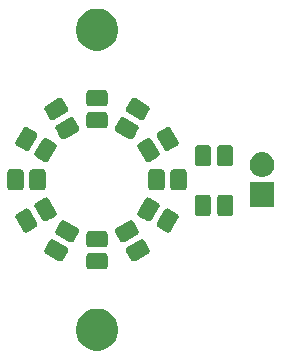
<source format=gbr>
G04 #@! TF.GenerationSoftware,KiCad,Pcbnew,5.0.2-bee76a0~70~ubuntu18.04.1*
G04 #@! TF.CreationDate,2020-10-21T16:40:24-07:00*
G04 #@! TF.ProjectId,led_ring,6c65645f-7269-46e6-972e-6b696361645f,rev?*
G04 #@! TF.SameCoordinates,Original*
G04 #@! TF.FileFunction,Soldermask,Top*
G04 #@! TF.FilePolarity,Negative*
%FSLAX46Y46*%
G04 Gerber Fmt 4.6, Leading zero omitted, Abs format (unit mm)*
G04 Created by KiCad (PCBNEW 5.0.2-bee76a0~70~ubuntu18.04.1) date Wed 21 Oct 2020 04:40:24 PM PDT*
%MOMM*%
%LPD*%
G01*
G04 APERTURE LIST*
%ADD10C,0.100000*%
G04 APERTURE END LIST*
D10*
G36*
X51321394Y-61781192D02*
X51646698Y-61915937D01*
X51939468Y-62111560D01*
X52188440Y-62360532D01*
X52384063Y-62653302D01*
X52518808Y-62978606D01*
X52587500Y-63323945D01*
X52587500Y-63676055D01*
X52518808Y-64021394D01*
X52384063Y-64346698D01*
X52188440Y-64639468D01*
X51939468Y-64888440D01*
X51646698Y-65084063D01*
X51321394Y-65218808D01*
X50976055Y-65287500D01*
X50623945Y-65287500D01*
X50278606Y-65218808D01*
X49953302Y-65084063D01*
X49660532Y-64888440D01*
X49411560Y-64639468D01*
X49215937Y-64346698D01*
X49081192Y-64021394D01*
X49012500Y-63676055D01*
X49012500Y-63323945D01*
X49081192Y-62978606D01*
X49215937Y-62653302D01*
X49411560Y-62360532D01*
X49660532Y-62111560D01*
X49953302Y-61915937D01*
X50278606Y-61781192D01*
X50623945Y-61712500D01*
X50976055Y-61712500D01*
X51321394Y-61781192D01*
X51321394Y-61781192D01*
G37*
G36*
X51473497Y-57024997D02*
X51526153Y-57040970D01*
X51574665Y-57066900D01*
X51617196Y-57101804D01*
X51652100Y-57144335D01*
X51678030Y-57192847D01*
X51694003Y-57245503D01*
X51700000Y-57306390D01*
X51700000Y-58106610D01*
X51694003Y-58167497D01*
X51678030Y-58220153D01*
X51652100Y-58268665D01*
X51617196Y-58311196D01*
X51574665Y-58346100D01*
X51526153Y-58372030D01*
X51473497Y-58388003D01*
X51412610Y-58394000D01*
X50187390Y-58394000D01*
X50126503Y-58388003D01*
X50073847Y-58372030D01*
X50025335Y-58346100D01*
X49982804Y-58311196D01*
X49947900Y-58268665D01*
X49921970Y-58220153D01*
X49905997Y-58167497D01*
X49900000Y-58106610D01*
X49900000Y-57306390D01*
X49905997Y-57245503D01*
X49921970Y-57192847D01*
X49947900Y-57144335D01*
X49982804Y-57101804D01*
X50025335Y-57066900D01*
X50073847Y-57040970D01*
X50126503Y-57024997D01*
X50187390Y-57019000D01*
X51412610Y-57019000D01*
X51473497Y-57024997D01*
X51473497Y-57024997D01*
G37*
G36*
X54658611Y-55848918D02*
X54710106Y-55868298D01*
X54756824Y-55897350D01*
X54796977Y-55934958D01*
X54832621Y-55984698D01*
X55232727Y-56677703D01*
X55257978Y-56733434D01*
X55270472Y-56787017D01*
X55272272Y-56842004D01*
X55263311Y-56896280D01*
X55243931Y-56947775D01*
X55214879Y-56994493D01*
X55177271Y-57034646D01*
X55127531Y-57070290D01*
X54066466Y-57682896D01*
X54010735Y-57708147D01*
X53957152Y-57720641D01*
X53902165Y-57722441D01*
X53847889Y-57713480D01*
X53796394Y-57694100D01*
X53749676Y-57665048D01*
X53709523Y-57627440D01*
X53673879Y-57577700D01*
X53273773Y-56884695D01*
X53248522Y-56828964D01*
X53236028Y-56775381D01*
X53234228Y-56720394D01*
X53243189Y-56666118D01*
X53262569Y-56614623D01*
X53291621Y-56567905D01*
X53329229Y-56527752D01*
X53378969Y-56492108D01*
X54440034Y-55879502D01*
X54495765Y-55854251D01*
X54549348Y-55841757D01*
X54604335Y-55839957D01*
X54658611Y-55848918D01*
X54658611Y-55848918D01*
G37*
G36*
X47050652Y-55841757D02*
X47104235Y-55854251D01*
X47159966Y-55879502D01*
X48221031Y-56492108D01*
X48270771Y-56527752D01*
X48308379Y-56567905D01*
X48337431Y-56614623D01*
X48356811Y-56666118D01*
X48365772Y-56720394D01*
X48363972Y-56775381D01*
X48351478Y-56828964D01*
X48326227Y-56884695D01*
X47926121Y-57577700D01*
X47890477Y-57627440D01*
X47850324Y-57665048D01*
X47803606Y-57694100D01*
X47752111Y-57713480D01*
X47697835Y-57722441D01*
X47642848Y-57720641D01*
X47589265Y-57708147D01*
X47533534Y-57682896D01*
X46472469Y-57070290D01*
X46422729Y-57034646D01*
X46385121Y-56994493D01*
X46356069Y-56947775D01*
X46336689Y-56896280D01*
X46327728Y-56842004D01*
X46329528Y-56787017D01*
X46342022Y-56733434D01*
X46367273Y-56677703D01*
X46767379Y-55984698D01*
X46803023Y-55934958D01*
X46843176Y-55897350D01*
X46889894Y-55868298D01*
X46941389Y-55848918D01*
X46995665Y-55839957D01*
X47050652Y-55841757D01*
X47050652Y-55841757D01*
G37*
G36*
X51473497Y-55149997D02*
X51526153Y-55165970D01*
X51574665Y-55191900D01*
X51617196Y-55226804D01*
X51652100Y-55269335D01*
X51678030Y-55317847D01*
X51694003Y-55370503D01*
X51700000Y-55431390D01*
X51700000Y-56231610D01*
X51694003Y-56292497D01*
X51678030Y-56345153D01*
X51652100Y-56393665D01*
X51617196Y-56436196D01*
X51574665Y-56471100D01*
X51526153Y-56497030D01*
X51473497Y-56513003D01*
X51412610Y-56519000D01*
X50187390Y-56519000D01*
X50126503Y-56513003D01*
X50073847Y-56497030D01*
X50025335Y-56471100D01*
X49982804Y-56436196D01*
X49947900Y-56393665D01*
X49921970Y-56345153D01*
X49905997Y-56292497D01*
X49900000Y-56231610D01*
X49900000Y-55431390D01*
X49905997Y-55370503D01*
X49921970Y-55317847D01*
X49947900Y-55269335D01*
X49982804Y-55226804D01*
X50025335Y-55191900D01*
X50073847Y-55165970D01*
X50126503Y-55149997D01*
X50187390Y-55144000D01*
X51412610Y-55144000D01*
X51473497Y-55149997D01*
X51473497Y-55149997D01*
G37*
G36*
X47988152Y-54217959D02*
X48041735Y-54230453D01*
X48097466Y-54255704D01*
X49158531Y-54868310D01*
X49208271Y-54903954D01*
X49245879Y-54944107D01*
X49274931Y-54990825D01*
X49294311Y-55042320D01*
X49303272Y-55096596D01*
X49301472Y-55151583D01*
X49288978Y-55205166D01*
X49263727Y-55260897D01*
X48863621Y-55953902D01*
X48827977Y-56003642D01*
X48787824Y-56041250D01*
X48741106Y-56070302D01*
X48689611Y-56089682D01*
X48635335Y-56098643D01*
X48580348Y-56096843D01*
X48526765Y-56084349D01*
X48471034Y-56059098D01*
X47409969Y-55446492D01*
X47360229Y-55410848D01*
X47322621Y-55370695D01*
X47293569Y-55323977D01*
X47274189Y-55272482D01*
X47265228Y-55218206D01*
X47267028Y-55163219D01*
X47279522Y-55109636D01*
X47304773Y-55053905D01*
X47704879Y-54360900D01*
X47740523Y-54311160D01*
X47780676Y-54273552D01*
X47827394Y-54244500D01*
X47878889Y-54225120D01*
X47933165Y-54216159D01*
X47988152Y-54217959D01*
X47988152Y-54217959D01*
G37*
G36*
X53721111Y-54225120D02*
X53772606Y-54244500D01*
X53819324Y-54273552D01*
X53859477Y-54311160D01*
X53895121Y-54360900D01*
X54295227Y-55053905D01*
X54320478Y-55109636D01*
X54332972Y-55163219D01*
X54334772Y-55218206D01*
X54325811Y-55272482D01*
X54306431Y-55323977D01*
X54277379Y-55370695D01*
X54239771Y-55410848D01*
X54190031Y-55446492D01*
X53128966Y-56059098D01*
X53073235Y-56084349D01*
X53019652Y-56096843D01*
X52964665Y-56098643D01*
X52910389Y-56089682D01*
X52858894Y-56070302D01*
X52812176Y-56041250D01*
X52772023Y-56003642D01*
X52736379Y-55953902D01*
X52336273Y-55260897D01*
X52311022Y-55205166D01*
X52298528Y-55151583D01*
X52296728Y-55096596D01*
X52305689Y-55042320D01*
X52325069Y-54990825D01*
X52354121Y-54944107D01*
X52391729Y-54903954D01*
X52441469Y-54868310D01*
X53502534Y-54255704D01*
X53558265Y-54230453D01*
X53611848Y-54217959D01*
X53666835Y-54216159D01*
X53721111Y-54225120D01*
X53721111Y-54225120D01*
G37*
G36*
X56775381Y-53236028D02*
X56828964Y-53248522D01*
X56884695Y-53273773D01*
X57577700Y-53673879D01*
X57627440Y-53709523D01*
X57665048Y-53749676D01*
X57694100Y-53796394D01*
X57713480Y-53847889D01*
X57722441Y-53902165D01*
X57720641Y-53957152D01*
X57708147Y-54010735D01*
X57682896Y-54066466D01*
X57070290Y-55127531D01*
X57034646Y-55177271D01*
X56994493Y-55214879D01*
X56947775Y-55243931D01*
X56896280Y-55263311D01*
X56842004Y-55272272D01*
X56787017Y-55270472D01*
X56733434Y-55257978D01*
X56677703Y-55232727D01*
X56503419Y-55132104D01*
X56258716Y-54990825D01*
X55984698Y-54832621D01*
X55934958Y-54796977D01*
X55897350Y-54756824D01*
X55868298Y-54710106D01*
X55848918Y-54658611D01*
X55839957Y-54604335D01*
X55841757Y-54549348D01*
X55854251Y-54495765D01*
X55879502Y-54440034D01*
X56492108Y-53378969D01*
X56527752Y-53329229D01*
X56567905Y-53291621D01*
X56614623Y-53262569D01*
X56666118Y-53243189D01*
X56720394Y-53234228D01*
X56775381Y-53236028D01*
X56775381Y-53236028D01*
G37*
G36*
X44933882Y-53243189D02*
X44985377Y-53262569D01*
X45032095Y-53291621D01*
X45072248Y-53329229D01*
X45107892Y-53378969D01*
X45720498Y-54440034D01*
X45745749Y-54495765D01*
X45758243Y-54549348D01*
X45760043Y-54604335D01*
X45751082Y-54658611D01*
X45731702Y-54710106D01*
X45702650Y-54756824D01*
X45665042Y-54796977D01*
X45615302Y-54832621D01*
X45341284Y-54990825D01*
X45096582Y-55132104D01*
X44922297Y-55232727D01*
X44866566Y-55257978D01*
X44812983Y-55270472D01*
X44757996Y-55272272D01*
X44703720Y-55263311D01*
X44652225Y-55243931D01*
X44605507Y-55214879D01*
X44565354Y-55177271D01*
X44529710Y-55127531D01*
X43917104Y-54066466D01*
X43891853Y-54010735D01*
X43879359Y-53957152D01*
X43877559Y-53902165D01*
X43886520Y-53847889D01*
X43905900Y-53796394D01*
X43934952Y-53749676D01*
X43972560Y-53709523D01*
X44022300Y-53673879D01*
X44715305Y-53273773D01*
X44771036Y-53248522D01*
X44824619Y-53236028D01*
X44879606Y-53234228D01*
X44933882Y-53243189D01*
X44933882Y-53243189D01*
G37*
G36*
X46557680Y-52305689D02*
X46609175Y-52325069D01*
X46655893Y-52354121D01*
X46696046Y-52391729D01*
X46731690Y-52441469D01*
X47344296Y-53502534D01*
X47369547Y-53558265D01*
X47382041Y-53611848D01*
X47383841Y-53666835D01*
X47374880Y-53721111D01*
X47355500Y-53772606D01*
X47326448Y-53819324D01*
X47288840Y-53859477D01*
X47239100Y-53895121D01*
X47038850Y-54010735D01*
X46625223Y-54249543D01*
X46546095Y-54295227D01*
X46490364Y-54320478D01*
X46436781Y-54332972D01*
X46381794Y-54334772D01*
X46327518Y-54325811D01*
X46276023Y-54306431D01*
X46229305Y-54277379D01*
X46189152Y-54239771D01*
X46153508Y-54190031D01*
X45540902Y-53128966D01*
X45515651Y-53073235D01*
X45503157Y-53019652D01*
X45501357Y-52964665D01*
X45510318Y-52910389D01*
X45529698Y-52858894D01*
X45558750Y-52812176D01*
X45596358Y-52772023D01*
X45646098Y-52736379D01*
X46339103Y-52336273D01*
X46394834Y-52311022D01*
X46448417Y-52298528D01*
X46503404Y-52296728D01*
X46557680Y-52305689D01*
X46557680Y-52305689D01*
G37*
G36*
X55151583Y-52298528D02*
X55205166Y-52311022D01*
X55260897Y-52336273D01*
X55953902Y-52736379D01*
X56003642Y-52772023D01*
X56041250Y-52812176D01*
X56070302Y-52858894D01*
X56089682Y-52910389D01*
X56098643Y-52964665D01*
X56096843Y-53019652D01*
X56084349Y-53073235D01*
X56059098Y-53128966D01*
X55446492Y-54190031D01*
X55410848Y-54239771D01*
X55370695Y-54277379D01*
X55323977Y-54306431D01*
X55272482Y-54325811D01*
X55218206Y-54334772D01*
X55163219Y-54332972D01*
X55109636Y-54320478D01*
X55053905Y-54295227D01*
X54974778Y-54249543D01*
X54561150Y-54010735D01*
X54360900Y-53895121D01*
X54311160Y-53859477D01*
X54273552Y-53819324D01*
X54244500Y-53772606D01*
X54225120Y-53721111D01*
X54216159Y-53666835D01*
X54217959Y-53611848D01*
X54230453Y-53558265D01*
X54255704Y-53502534D01*
X54868310Y-52441469D01*
X54903954Y-52391729D01*
X54944107Y-52354121D01*
X54990825Y-52325069D01*
X55042320Y-52305689D01*
X55096596Y-52296728D01*
X55151583Y-52298528D01*
X55151583Y-52298528D01*
G37*
G36*
X62104497Y-52064997D02*
X62157153Y-52080970D01*
X62205665Y-52106900D01*
X62248196Y-52141804D01*
X62283100Y-52184335D01*
X62309030Y-52232847D01*
X62325003Y-52285503D01*
X62331000Y-52346390D01*
X62331000Y-53571610D01*
X62325003Y-53632497D01*
X62309030Y-53685153D01*
X62283100Y-53733665D01*
X62248196Y-53776196D01*
X62205665Y-53811100D01*
X62157153Y-53837030D01*
X62104497Y-53853003D01*
X62043610Y-53859000D01*
X61243390Y-53859000D01*
X61182503Y-53853003D01*
X61129847Y-53837030D01*
X61081335Y-53811100D01*
X61038804Y-53776196D01*
X61003900Y-53733665D01*
X60977970Y-53685153D01*
X60961997Y-53632497D01*
X60956000Y-53571610D01*
X60956000Y-52346390D01*
X60961997Y-52285503D01*
X60977970Y-52232847D01*
X61003900Y-52184335D01*
X61038804Y-52141804D01*
X61081335Y-52106900D01*
X61129847Y-52080970D01*
X61182503Y-52064997D01*
X61243390Y-52059000D01*
X62043610Y-52059000D01*
X62104497Y-52064997D01*
X62104497Y-52064997D01*
G37*
G36*
X60229497Y-52064997D02*
X60282153Y-52080970D01*
X60330665Y-52106900D01*
X60373196Y-52141804D01*
X60408100Y-52184335D01*
X60434030Y-52232847D01*
X60450003Y-52285503D01*
X60456000Y-52346390D01*
X60456000Y-53571610D01*
X60450003Y-53632497D01*
X60434030Y-53685153D01*
X60408100Y-53733665D01*
X60373196Y-53776196D01*
X60330665Y-53811100D01*
X60282153Y-53837030D01*
X60229497Y-53853003D01*
X60168610Y-53859000D01*
X59368390Y-53859000D01*
X59307503Y-53853003D01*
X59254847Y-53837030D01*
X59206335Y-53811100D01*
X59163804Y-53776196D01*
X59128900Y-53733665D01*
X59102970Y-53685153D01*
X59086997Y-53632497D01*
X59081000Y-53571610D01*
X59081000Y-52346390D01*
X59086997Y-52285503D01*
X59102970Y-52232847D01*
X59128900Y-52184335D01*
X59163804Y-52141804D01*
X59206335Y-52106900D01*
X59254847Y-52080970D01*
X59307503Y-52064997D01*
X59368390Y-52059000D01*
X60168610Y-52059000D01*
X60229497Y-52064997D01*
X60229497Y-52064997D01*
G37*
G36*
X65820000Y-53120000D02*
X63720000Y-53120000D01*
X63720000Y-51020000D01*
X65820000Y-51020000D01*
X65820000Y-53120000D01*
X65820000Y-53120000D01*
G37*
G36*
X44354497Y-49905997D02*
X44407153Y-49921970D01*
X44455665Y-49947900D01*
X44498196Y-49982804D01*
X44533100Y-50025335D01*
X44559030Y-50073847D01*
X44575003Y-50126503D01*
X44581000Y-50187390D01*
X44581000Y-51412610D01*
X44575003Y-51473497D01*
X44559030Y-51526153D01*
X44533100Y-51574665D01*
X44498196Y-51617196D01*
X44455665Y-51652100D01*
X44407153Y-51678030D01*
X44354497Y-51694003D01*
X44293610Y-51700000D01*
X43493390Y-51700000D01*
X43432503Y-51694003D01*
X43379847Y-51678030D01*
X43331335Y-51652100D01*
X43288804Y-51617196D01*
X43253900Y-51574665D01*
X43227970Y-51526153D01*
X43211997Y-51473497D01*
X43206000Y-51412610D01*
X43206000Y-50187390D01*
X43211997Y-50126503D01*
X43227970Y-50073847D01*
X43253900Y-50025335D01*
X43288804Y-49982804D01*
X43331335Y-49947900D01*
X43379847Y-49921970D01*
X43432503Y-49905997D01*
X43493390Y-49900000D01*
X44293610Y-49900000D01*
X44354497Y-49905997D01*
X44354497Y-49905997D01*
G37*
G36*
X46229497Y-49905997D02*
X46282153Y-49921970D01*
X46330665Y-49947900D01*
X46373196Y-49982804D01*
X46408100Y-50025335D01*
X46434030Y-50073847D01*
X46450003Y-50126503D01*
X46456000Y-50187390D01*
X46456000Y-51412610D01*
X46450003Y-51473497D01*
X46434030Y-51526153D01*
X46408100Y-51574665D01*
X46373196Y-51617196D01*
X46330665Y-51652100D01*
X46282153Y-51678030D01*
X46229497Y-51694003D01*
X46168610Y-51700000D01*
X45368390Y-51700000D01*
X45307503Y-51694003D01*
X45254847Y-51678030D01*
X45206335Y-51652100D01*
X45163804Y-51617196D01*
X45128900Y-51574665D01*
X45102970Y-51526153D01*
X45086997Y-51473497D01*
X45081000Y-51412610D01*
X45081000Y-50187390D01*
X45086997Y-50126503D01*
X45102970Y-50073847D01*
X45128900Y-50025335D01*
X45163804Y-49982804D01*
X45206335Y-49947900D01*
X45254847Y-49921970D01*
X45307503Y-49905997D01*
X45368390Y-49900000D01*
X46168610Y-49900000D01*
X46229497Y-49905997D01*
X46229497Y-49905997D01*
G37*
G36*
X58167497Y-49905997D02*
X58220153Y-49921970D01*
X58268665Y-49947900D01*
X58311196Y-49982804D01*
X58346100Y-50025335D01*
X58372030Y-50073847D01*
X58388003Y-50126503D01*
X58394000Y-50187390D01*
X58394000Y-51412610D01*
X58388003Y-51473497D01*
X58372030Y-51526153D01*
X58346100Y-51574665D01*
X58311196Y-51617196D01*
X58268665Y-51652100D01*
X58220153Y-51678030D01*
X58167497Y-51694003D01*
X58106610Y-51700000D01*
X57306390Y-51700000D01*
X57245503Y-51694003D01*
X57192847Y-51678030D01*
X57144335Y-51652100D01*
X57101804Y-51617196D01*
X57066900Y-51574665D01*
X57040970Y-51526153D01*
X57024997Y-51473497D01*
X57019000Y-51412610D01*
X57019000Y-50187390D01*
X57024997Y-50126503D01*
X57040970Y-50073847D01*
X57066900Y-50025335D01*
X57101804Y-49982804D01*
X57144335Y-49947900D01*
X57192847Y-49921970D01*
X57245503Y-49905997D01*
X57306390Y-49900000D01*
X58106610Y-49900000D01*
X58167497Y-49905997D01*
X58167497Y-49905997D01*
G37*
G36*
X56292497Y-49905997D02*
X56345153Y-49921970D01*
X56393665Y-49947900D01*
X56436196Y-49982804D01*
X56471100Y-50025335D01*
X56497030Y-50073847D01*
X56513003Y-50126503D01*
X56519000Y-50187390D01*
X56519000Y-51412610D01*
X56513003Y-51473497D01*
X56497030Y-51526153D01*
X56471100Y-51574665D01*
X56436196Y-51617196D01*
X56393665Y-51652100D01*
X56345153Y-51678030D01*
X56292497Y-51694003D01*
X56231610Y-51700000D01*
X55431390Y-51700000D01*
X55370503Y-51694003D01*
X55317847Y-51678030D01*
X55269335Y-51652100D01*
X55226804Y-51617196D01*
X55191900Y-51574665D01*
X55165970Y-51526153D01*
X55149997Y-51473497D01*
X55144000Y-51412610D01*
X55144000Y-50187390D01*
X55149997Y-50126503D01*
X55165970Y-50073847D01*
X55191900Y-50025335D01*
X55226804Y-49982804D01*
X55269335Y-49947900D01*
X55317847Y-49921970D01*
X55370503Y-49905997D01*
X55431390Y-49900000D01*
X56231610Y-49900000D01*
X56292497Y-49905997D01*
X56292497Y-49905997D01*
G37*
G36*
X64898707Y-48487597D02*
X64975836Y-48495193D01*
X65079915Y-48526765D01*
X65173763Y-48555233D01*
X65356172Y-48652733D01*
X65516054Y-48783946D01*
X65647267Y-48943828D01*
X65744767Y-49126237D01*
X65744767Y-49126238D01*
X65804807Y-49324164D01*
X65825080Y-49530000D01*
X65804807Y-49735836D01*
X65764780Y-49867787D01*
X65744767Y-49933763D01*
X65647267Y-50116172D01*
X65516054Y-50276054D01*
X65356172Y-50407267D01*
X65173763Y-50504767D01*
X65107787Y-50524780D01*
X64975836Y-50564807D01*
X64898707Y-50572404D01*
X64821580Y-50580000D01*
X64718420Y-50580000D01*
X64641293Y-50572404D01*
X64564164Y-50564807D01*
X64432213Y-50524780D01*
X64366237Y-50504767D01*
X64183828Y-50407267D01*
X64023946Y-50276054D01*
X63892733Y-50116172D01*
X63795233Y-49933763D01*
X63775220Y-49867787D01*
X63735193Y-49735836D01*
X63714920Y-49530000D01*
X63735193Y-49324164D01*
X63795233Y-49126238D01*
X63795233Y-49126237D01*
X63892733Y-48943828D01*
X64023946Y-48783946D01*
X64183828Y-48652733D01*
X64366237Y-48555233D01*
X64460085Y-48526765D01*
X64564164Y-48495193D01*
X64641293Y-48487597D01*
X64718420Y-48480000D01*
X64821580Y-48480000D01*
X64898707Y-48487597D01*
X64898707Y-48487597D01*
G37*
G36*
X60229497Y-47873997D02*
X60282153Y-47889970D01*
X60330665Y-47915900D01*
X60373196Y-47950804D01*
X60408100Y-47993335D01*
X60434030Y-48041847D01*
X60450003Y-48094503D01*
X60456000Y-48155390D01*
X60456000Y-49380610D01*
X60450003Y-49441497D01*
X60434030Y-49494153D01*
X60408100Y-49542665D01*
X60373196Y-49585196D01*
X60330665Y-49620100D01*
X60282153Y-49646030D01*
X60229497Y-49662003D01*
X60168610Y-49668000D01*
X59368390Y-49668000D01*
X59307503Y-49662003D01*
X59254847Y-49646030D01*
X59206335Y-49620100D01*
X59163804Y-49585196D01*
X59128900Y-49542665D01*
X59102970Y-49494153D01*
X59086997Y-49441497D01*
X59081000Y-49380610D01*
X59081000Y-48155390D01*
X59086997Y-48094503D01*
X59102970Y-48041847D01*
X59128900Y-47993335D01*
X59163804Y-47950804D01*
X59206335Y-47915900D01*
X59254847Y-47889970D01*
X59307503Y-47873997D01*
X59368390Y-47868000D01*
X60168610Y-47868000D01*
X60229497Y-47873997D01*
X60229497Y-47873997D01*
G37*
G36*
X62104497Y-47873997D02*
X62157153Y-47889970D01*
X62205665Y-47915900D01*
X62248196Y-47950804D01*
X62283100Y-47993335D01*
X62309030Y-48041847D01*
X62325003Y-48094503D01*
X62331000Y-48155390D01*
X62331000Y-49380610D01*
X62325003Y-49441497D01*
X62309030Y-49494153D01*
X62283100Y-49542665D01*
X62248196Y-49585196D01*
X62205665Y-49620100D01*
X62157153Y-49646030D01*
X62104497Y-49662003D01*
X62043610Y-49668000D01*
X61243390Y-49668000D01*
X61182503Y-49662003D01*
X61129847Y-49646030D01*
X61081335Y-49620100D01*
X61038804Y-49585196D01*
X61003900Y-49542665D01*
X60977970Y-49494153D01*
X60961997Y-49441497D01*
X60956000Y-49380610D01*
X60956000Y-48155390D01*
X60961997Y-48094503D01*
X60977970Y-48041847D01*
X61003900Y-47993335D01*
X61038804Y-47950804D01*
X61081335Y-47915900D01*
X61129847Y-47889970D01*
X61182503Y-47873997D01*
X61243390Y-47868000D01*
X62043610Y-47868000D01*
X62104497Y-47873997D01*
X62104497Y-47873997D01*
G37*
G36*
X46436781Y-47267028D02*
X46490364Y-47279522D01*
X46546095Y-47304773D01*
X46594901Y-47332951D01*
X46594903Y-47332952D01*
X46683045Y-47383841D01*
X47239100Y-47704879D01*
X47288840Y-47740523D01*
X47326448Y-47780676D01*
X47355500Y-47827394D01*
X47374880Y-47878889D01*
X47383841Y-47933165D01*
X47382041Y-47988152D01*
X47369547Y-48041735D01*
X47344296Y-48097466D01*
X46731690Y-49158531D01*
X46696046Y-49208271D01*
X46655893Y-49245879D01*
X46609175Y-49274931D01*
X46557680Y-49294311D01*
X46503404Y-49303272D01*
X46448417Y-49301472D01*
X46394834Y-49288978D01*
X46339103Y-49263727D01*
X45646098Y-48863621D01*
X45596358Y-48827977D01*
X45558750Y-48787824D01*
X45529698Y-48741106D01*
X45510318Y-48689611D01*
X45501357Y-48635335D01*
X45503157Y-48580348D01*
X45515651Y-48526765D01*
X45540902Y-48471034D01*
X46153508Y-47409969D01*
X46189152Y-47360229D01*
X46229305Y-47322621D01*
X46276023Y-47293569D01*
X46327518Y-47274189D01*
X46381794Y-47265228D01*
X46436781Y-47267028D01*
X46436781Y-47267028D01*
G37*
G36*
X55272482Y-47274189D02*
X55323977Y-47293569D01*
X55370695Y-47322621D01*
X55410848Y-47360229D01*
X55446492Y-47409969D01*
X56059098Y-48471034D01*
X56084349Y-48526765D01*
X56096843Y-48580348D01*
X56098643Y-48635335D01*
X56089682Y-48689611D01*
X56070302Y-48741106D01*
X56041250Y-48787824D01*
X56003642Y-48827977D01*
X55953902Y-48863621D01*
X55260897Y-49263727D01*
X55205166Y-49288978D01*
X55151583Y-49301472D01*
X55096596Y-49303272D01*
X55042320Y-49294311D01*
X54990825Y-49274931D01*
X54944107Y-49245879D01*
X54903954Y-49208271D01*
X54868310Y-49158531D01*
X54255704Y-48097466D01*
X54230453Y-48041735D01*
X54217959Y-47988152D01*
X54216159Y-47933165D01*
X54225120Y-47878889D01*
X54244500Y-47827394D01*
X54273552Y-47780676D01*
X54311160Y-47740523D01*
X54360900Y-47704879D01*
X54916955Y-47383841D01*
X55005097Y-47332952D01*
X55005099Y-47332951D01*
X55053905Y-47304773D01*
X55109636Y-47279522D01*
X55163219Y-47267028D01*
X55218206Y-47265228D01*
X55272482Y-47274189D01*
X55272482Y-47274189D01*
G37*
G36*
X44812983Y-46329528D02*
X44866566Y-46342022D01*
X44922297Y-46367273D01*
X44971103Y-46395451D01*
X44971105Y-46395452D01*
X45104502Y-46472469D01*
X45615302Y-46767379D01*
X45665042Y-46803023D01*
X45702650Y-46843176D01*
X45731702Y-46889894D01*
X45751082Y-46941389D01*
X45760043Y-46995665D01*
X45758243Y-47050652D01*
X45745749Y-47104235D01*
X45720498Y-47159966D01*
X45107892Y-48221031D01*
X45072248Y-48270771D01*
X45032095Y-48308379D01*
X44985377Y-48337431D01*
X44933882Y-48356811D01*
X44879606Y-48365772D01*
X44824619Y-48363972D01*
X44771036Y-48351478D01*
X44715305Y-48326227D01*
X44022300Y-47926121D01*
X43972560Y-47890477D01*
X43934952Y-47850324D01*
X43905900Y-47803606D01*
X43886520Y-47752111D01*
X43877559Y-47697835D01*
X43879359Y-47642848D01*
X43891853Y-47589265D01*
X43917104Y-47533534D01*
X44529710Y-46472469D01*
X44565354Y-46422729D01*
X44605507Y-46385121D01*
X44652225Y-46356069D01*
X44703720Y-46336689D01*
X44757996Y-46327728D01*
X44812983Y-46329528D01*
X44812983Y-46329528D01*
G37*
G36*
X56896280Y-46336689D02*
X56947775Y-46356069D01*
X56994493Y-46385121D01*
X57034646Y-46422729D01*
X57070290Y-46472469D01*
X57682896Y-47533534D01*
X57708147Y-47589265D01*
X57720641Y-47642848D01*
X57722441Y-47697835D01*
X57713480Y-47752111D01*
X57694100Y-47803606D01*
X57665048Y-47850324D01*
X57627440Y-47890477D01*
X57577700Y-47926121D01*
X56884695Y-48326227D01*
X56828964Y-48351478D01*
X56775381Y-48363972D01*
X56720394Y-48365772D01*
X56666118Y-48356811D01*
X56614623Y-48337431D01*
X56567905Y-48308379D01*
X56527752Y-48270771D01*
X56492108Y-48221031D01*
X55879502Y-47159966D01*
X55854251Y-47104235D01*
X55841757Y-47050652D01*
X55839957Y-46995665D01*
X55848918Y-46941389D01*
X55868298Y-46889894D01*
X55897350Y-46843176D01*
X55934958Y-46803023D01*
X55984698Y-46767379D01*
X56495498Y-46472469D01*
X56628895Y-46395452D01*
X56628897Y-46395451D01*
X56677703Y-46367273D01*
X56733434Y-46342022D01*
X56787017Y-46329528D01*
X56842004Y-46327728D01*
X56896280Y-46336689D01*
X56896280Y-46336689D01*
G37*
G36*
X48689611Y-45510318D02*
X48741106Y-45529698D01*
X48787824Y-45558750D01*
X48827977Y-45596358D01*
X48863621Y-45646098D01*
X49263727Y-46339103D01*
X49288978Y-46394834D01*
X49301472Y-46448417D01*
X49303272Y-46503404D01*
X49294311Y-46557680D01*
X49274931Y-46609175D01*
X49245879Y-46655893D01*
X49208271Y-46696046D01*
X49158531Y-46731690D01*
X48097466Y-47344296D01*
X48041735Y-47369547D01*
X47988152Y-47382041D01*
X47933165Y-47383841D01*
X47878889Y-47374880D01*
X47827394Y-47355500D01*
X47780676Y-47326448D01*
X47740523Y-47288840D01*
X47704879Y-47239100D01*
X47304773Y-46546095D01*
X47279522Y-46490364D01*
X47267028Y-46436781D01*
X47265228Y-46381794D01*
X47274189Y-46327518D01*
X47293569Y-46276023D01*
X47322621Y-46229305D01*
X47360229Y-46189152D01*
X47409969Y-46153508D01*
X48471034Y-45540902D01*
X48526765Y-45515651D01*
X48580348Y-45503157D01*
X48635335Y-45501357D01*
X48689611Y-45510318D01*
X48689611Y-45510318D01*
G37*
G36*
X53019652Y-45503157D02*
X53073235Y-45515651D01*
X53128966Y-45540902D01*
X54190031Y-46153508D01*
X54239771Y-46189152D01*
X54277379Y-46229305D01*
X54306431Y-46276023D01*
X54325811Y-46327518D01*
X54334772Y-46381794D01*
X54332972Y-46436781D01*
X54320478Y-46490364D01*
X54295227Y-46546095D01*
X53895121Y-47239100D01*
X53859477Y-47288840D01*
X53819324Y-47326448D01*
X53772606Y-47355500D01*
X53721111Y-47374880D01*
X53666835Y-47383841D01*
X53611848Y-47382041D01*
X53558265Y-47369547D01*
X53502534Y-47344296D01*
X52441469Y-46731690D01*
X52391729Y-46696046D01*
X52354121Y-46655893D01*
X52325069Y-46609175D01*
X52305689Y-46557680D01*
X52296728Y-46503404D01*
X52298528Y-46448417D01*
X52311022Y-46394834D01*
X52336273Y-46339103D01*
X52736379Y-45646098D01*
X52772023Y-45596358D01*
X52812176Y-45558750D01*
X52858894Y-45529698D01*
X52910389Y-45510318D01*
X52964665Y-45501357D01*
X53019652Y-45503157D01*
X53019652Y-45503157D01*
G37*
G36*
X51473497Y-45086997D02*
X51526153Y-45102970D01*
X51574665Y-45128900D01*
X51617196Y-45163804D01*
X51652100Y-45206335D01*
X51678030Y-45254847D01*
X51694003Y-45307503D01*
X51700000Y-45368390D01*
X51700000Y-46168610D01*
X51694003Y-46229497D01*
X51678030Y-46282153D01*
X51652100Y-46330665D01*
X51617196Y-46373196D01*
X51574665Y-46408100D01*
X51526153Y-46434030D01*
X51473497Y-46450003D01*
X51412610Y-46456000D01*
X50187390Y-46456000D01*
X50126503Y-46450003D01*
X50073847Y-46434030D01*
X50025335Y-46408100D01*
X49982804Y-46373196D01*
X49947900Y-46330665D01*
X49921970Y-46282153D01*
X49905997Y-46229497D01*
X49900000Y-46168610D01*
X49900000Y-45368390D01*
X49905997Y-45307503D01*
X49921970Y-45254847D01*
X49947900Y-45206335D01*
X49982804Y-45163804D01*
X50025335Y-45128900D01*
X50073847Y-45102970D01*
X50126503Y-45086997D01*
X50187390Y-45081000D01*
X51412610Y-45081000D01*
X51473497Y-45086997D01*
X51473497Y-45086997D01*
G37*
G36*
X53957152Y-43879359D02*
X54010735Y-43891853D01*
X54066466Y-43917104D01*
X55127531Y-44529710D01*
X55177271Y-44565354D01*
X55214879Y-44605507D01*
X55243931Y-44652225D01*
X55263311Y-44703720D01*
X55272272Y-44757996D01*
X55270472Y-44812983D01*
X55257978Y-44866566D01*
X55232727Y-44922297D01*
X54832621Y-45615302D01*
X54796977Y-45665042D01*
X54756824Y-45702650D01*
X54710106Y-45731702D01*
X54658611Y-45751082D01*
X54604335Y-45760043D01*
X54549348Y-45758243D01*
X54495765Y-45745749D01*
X54440034Y-45720498D01*
X53378969Y-45107892D01*
X53329229Y-45072248D01*
X53291621Y-45032095D01*
X53262569Y-44985377D01*
X53243189Y-44933882D01*
X53234228Y-44879606D01*
X53236028Y-44824619D01*
X53248522Y-44771036D01*
X53273773Y-44715305D01*
X53673879Y-44022300D01*
X53709523Y-43972560D01*
X53749676Y-43934952D01*
X53796394Y-43905900D01*
X53847889Y-43886520D01*
X53902165Y-43877559D01*
X53957152Y-43879359D01*
X53957152Y-43879359D01*
G37*
G36*
X47752111Y-43886520D02*
X47803606Y-43905900D01*
X47850324Y-43934952D01*
X47890477Y-43972560D01*
X47926121Y-44022300D01*
X48326227Y-44715305D01*
X48351478Y-44771036D01*
X48363972Y-44824619D01*
X48365772Y-44879606D01*
X48356811Y-44933882D01*
X48337431Y-44985377D01*
X48308379Y-45032095D01*
X48270771Y-45072248D01*
X48221031Y-45107892D01*
X47159966Y-45720498D01*
X47104235Y-45745749D01*
X47050652Y-45758243D01*
X46995665Y-45760043D01*
X46941389Y-45751082D01*
X46889894Y-45731702D01*
X46843176Y-45702650D01*
X46803023Y-45665042D01*
X46767379Y-45615302D01*
X46367273Y-44922297D01*
X46342022Y-44866566D01*
X46329528Y-44812983D01*
X46327728Y-44757996D01*
X46336689Y-44703720D01*
X46356069Y-44652225D01*
X46385121Y-44605507D01*
X46422729Y-44565354D01*
X46472469Y-44529710D01*
X47533534Y-43917104D01*
X47589265Y-43891853D01*
X47642848Y-43879359D01*
X47697835Y-43877559D01*
X47752111Y-43886520D01*
X47752111Y-43886520D01*
G37*
G36*
X51473497Y-43211997D02*
X51526153Y-43227970D01*
X51574665Y-43253900D01*
X51617196Y-43288804D01*
X51652100Y-43331335D01*
X51678030Y-43379847D01*
X51694003Y-43432503D01*
X51700000Y-43493390D01*
X51700000Y-44293610D01*
X51694003Y-44354497D01*
X51678030Y-44407153D01*
X51652100Y-44455665D01*
X51617196Y-44498196D01*
X51574665Y-44533100D01*
X51526153Y-44559030D01*
X51473497Y-44575003D01*
X51412610Y-44581000D01*
X50187390Y-44581000D01*
X50126503Y-44575003D01*
X50073847Y-44559030D01*
X50025335Y-44533100D01*
X49982804Y-44498196D01*
X49947900Y-44455665D01*
X49921970Y-44407153D01*
X49905997Y-44354497D01*
X49900000Y-44293610D01*
X49900000Y-43493390D01*
X49905997Y-43432503D01*
X49921970Y-43379847D01*
X49947900Y-43331335D01*
X49982804Y-43288804D01*
X50025335Y-43253900D01*
X50073847Y-43227970D01*
X50126503Y-43211997D01*
X50187390Y-43206000D01*
X51412610Y-43206000D01*
X51473497Y-43211997D01*
X51473497Y-43211997D01*
G37*
G36*
X51321394Y-36381192D02*
X51646698Y-36515937D01*
X51939468Y-36711560D01*
X52188440Y-36960532D01*
X52384063Y-37253302D01*
X52518808Y-37578606D01*
X52587500Y-37923945D01*
X52587500Y-38276055D01*
X52518808Y-38621394D01*
X52384063Y-38946698D01*
X52188440Y-39239468D01*
X51939468Y-39488440D01*
X51646698Y-39684063D01*
X51321394Y-39818808D01*
X50976055Y-39887500D01*
X50623945Y-39887500D01*
X50278606Y-39818808D01*
X49953302Y-39684063D01*
X49660532Y-39488440D01*
X49411560Y-39239468D01*
X49215937Y-38946698D01*
X49081192Y-38621394D01*
X49012500Y-38276055D01*
X49012500Y-37923945D01*
X49081192Y-37578606D01*
X49215937Y-37253302D01*
X49411560Y-36960532D01*
X49660532Y-36711560D01*
X49953302Y-36515937D01*
X50278606Y-36381192D01*
X50623945Y-36312500D01*
X50976055Y-36312500D01*
X51321394Y-36381192D01*
X51321394Y-36381192D01*
G37*
M02*

</source>
